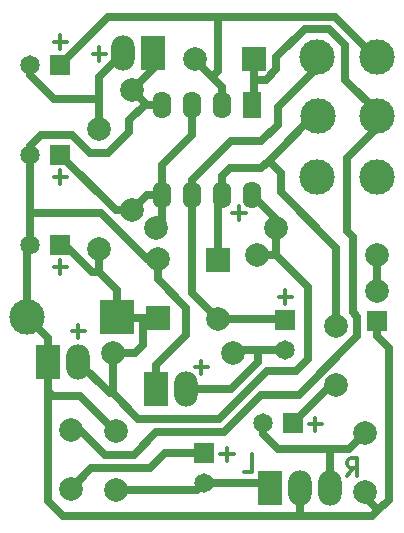
<source format=gbr>
G04 #@! TF.FileFunction,Copper,L2,Bot,Signal*
%FSLAX46Y46*%
G04 Gerber Fmt 4.6, Leading zero omitted, Abs format (unit mm)*
G04 Created by KiCad (PCBNEW (after 2015-mar-04 BZR unknown)-product) date Sat 13 Jun 2015 12:12:42 BST*
%MOMM*%
G01*
G04 APERTURE LIST*
%ADD10C,0.100000*%
%ADD11C,0.300000*%
%ADD12R,2.000000X3.000000*%
%ADD13O,2.000000X3.000000*%
%ADD14R,2.000000X2.000000*%
%ADD15C,2.000000*%
%ADD16R,3.000000X3.000000*%
%ADD17C,3.000000*%
%ADD18R,1.699260X1.699260*%
%ADD19C,1.998980*%
%ADD20R,1.574800X2.286000*%
%ADD21O,1.574800X2.286000*%
%ADD22R,1.651000X1.651000*%
%ADD23C,1.651000*%
%ADD24C,0.700000*%
G04 APERTURE END LIST*
D10*
D11*
X30142714Y5798429D02*
X30642714Y6512714D01*
X30999857Y5798429D02*
X30999857Y7298429D01*
X30428429Y7298429D01*
X30285571Y7227000D01*
X30214143Y7155571D01*
X30142714Y7012714D01*
X30142714Y6798429D01*
X30214143Y6655571D01*
X30285571Y6584143D01*
X30428429Y6512714D01*
X30999857Y6512714D01*
X21379714Y6179429D02*
X22094000Y6179429D01*
X22094000Y7679429D01*
X18351428Y15005857D02*
X17208571Y15005857D01*
X17780000Y14434429D02*
X17780000Y15577286D01*
X21526428Y28086857D02*
X20383571Y28086857D01*
X20955000Y27515429D02*
X20955000Y28658286D01*
X25463428Y20974857D02*
X24320571Y20974857D01*
X24892000Y20403429D02*
X24892000Y21546286D01*
X28003428Y10179857D02*
X26860571Y10179857D01*
X27432000Y9608429D02*
X27432000Y10751286D01*
X20510428Y7639857D02*
X19367571Y7639857D01*
X19939000Y7068429D02*
X19939000Y8211286D01*
X7937428Y18053857D02*
X6794571Y18053857D01*
X7366000Y17482429D02*
X7366000Y18625286D01*
X6413428Y23514857D02*
X5270571Y23514857D01*
X5842000Y22943429D02*
X5842000Y24086286D01*
X6413428Y31134857D02*
X5270571Y31134857D01*
X5842000Y30563429D02*
X5842000Y31706286D01*
X9715428Y41548857D02*
X8572571Y41548857D01*
X9144000Y40977429D02*
X9144000Y42120286D01*
X6413428Y42564857D02*
X5270571Y42564857D01*
X5842000Y41993429D02*
X5842000Y43136286D01*
D12*
X23622000Y4826000D03*
D13*
X26162000Y4826000D03*
X28702000Y4826000D03*
D12*
X13970000Y13208000D03*
D13*
X16510000Y13208000D03*
D12*
X4826000Y15494000D03*
D13*
X7366000Y15494000D03*
D12*
X13716000Y41656000D03*
D13*
X11176000Y41656000D03*
D14*
X14097000Y19177000D03*
D15*
X14097000Y24177000D03*
D14*
X19177000Y24130000D03*
D15*
X19177000Y19130000D03*
D16*
X10668000Y19304000D03*
D17*
X3048000Y19304000D03*
D14*
X22225000Y41148000D03*
D15*
X17225000Y41148000D03*
D17*
X27559000Y41275000D03*
X27637740Y36273740D03*
X27559000Y31115000D03*
X32639000Y36273740D03*
X32639000Y41275000D03*
X32639000Y31115000D03*
D18*
X32639000Y18921660D03*
D19*
X32639000Y21461660D03*
X9144000Y25019000D03*
X9144000Y35179000D03*
X10287000Y16256000D03*
X20447000Y16256000D03*
X24130000Y26797000D03*
X13970000Y26797000D03*
X11938000Y28321000D03*
X11938000Y38481000D03*
X22479000Y24511000D03*
X32639000Y24511000D03*
D20*
X22098000Y37211000D03*
D21*
X19558000Y37211000D03*
X17018000Y37211000D03*
X14478000Y37211000D03*
X14478000Y29591000D03*
X17018000Y29591000D03*
X19558000Y29591000D03*
X22098000Y29591000D03*
D22*
X5842000Y40640000D03*
D23*
X3302000Y40640000D03*
D22*
X24892000Y19050000D03*
D23*
X24892000Y16510000D03*
D22*
X5842000Y33020000D03*
D23*
X3302000Y33020000D03*
D22*
X5842000Y25400000D03*
D23*
X3302000Y25400000D03*
D22*
X18034000Y7747000D03*
D23*
X18034000Y5207000D03*
D22*
X25527000Y10287000D03*
D23*
X22987000Y10287000D03*
D19*
X6731000Y9738360D03*
X6731000Y4737100D03*
X29210000Y13502640D03*
X29210000Y18503900D03*
X10541000Y4612640D03*
X10541000Y9613900D03*
X31623000Y9484360D03*
X31623000Y4483100D03*
D24*
X9144000Y35179000D02*
X9144000Y37719000D01*
X9144000Y37719000D02*
X9144000Y39624000D01*
X9144000Y39624000D02*
X11176000Y41656000D01*
X3302000Y39751000D02*
X5334000Y37719000D01*
X5334000Y37719000D02*
X9144000Y37719000D01*
X3302000Y40640000D02*
X3302000Y39751000D01*
X17225000Y41148000D02*
X17225000Y41068000D01*
X17225000Y41068000D02*
X18288000Y40005000D01*
X18288000Y40005000D02*
X18669000Y39624000D01*
X18669000Y39624000D02*
X19558000Y38735000D01*
X19558000Y38735000D02*
X19558000Y37211000D01*
X19177000Y44704000D02*
X9906000Y44704000D01*
X29083000Y44704000D02*
X19177000Y44704000D01*
X9906000Y44704000D02*
X5842000Y40640000D01*
X32512000Y41275000D02*
X29083000Y44704000D01*
X32639000Y41275000D02*
X32512000Y41275000D01*
X19177000Y40132000D02*
X18669000Y39624000D01*
X19177000Y44704000D02*
X19177000Y40132000D01*
X16510000Y13208000D02*
X20320000Y13208000D01*
X22606000Y15494000D02*
X22606000Y16510000D01*
X20320000Y13208000D02*
X22606000Y15494000D01*
X24892000Y16510000D02*
X22606000Y16510000D01*
X22606000Y16510000D02*
X20701000Y16510000D01*
X20701000Y16510000D02*
X20447000Y16256000D01*
X19177000Y19130000D02*
X24812000Y19130000D01*
X24812000Y19130000D02*
X24892000Y19050000D01*
X17018000Y30099000D02*
X17018000Y29591000D01*
X17018000Y29591000D02*
X17018000Y21289000D01*
X17018000Y21289000D02*
X19177000Y19130000D01*
X17018000Y30861000D02*
X17018000Y29591000D01*
X20320000Y34163000D02*
X17018000Y30861000D01*
X22860000Y34163000D02*
X20320000Y34163000D01*
X24257000Y35560000D02*
X22860000Y34163000D01*
X24257000Y37084000D02*
X24257000Y35560000D01*
X27559000Y40386000D02*
X24257000Y37084000D01*
X27559000Y41275000D02*
X27559000Y40386000D01*
X13970000Y13208000D02*
X13970000Y15240000D01*
X14097000Y22479000D02*
X14097000Y24177000D01*
X16510000Y20066000D02*
X14097000Y22479000D01*
X16510000Y17780000D02*
X16510000Y20066000D01*
X13970000Y15240000D02*
X16510000Y17780000D01*
X4826000Y15494000D02*
X4826000Y3683000D01*
X4826000Y3683000D02*
X6096000Y2413000D01*
X10541000Y9613900D02*
X10452100Y9613900D01*
X10452100Y9613900D02*
X7493000Y12573000D01*
X7493000Y12573000D02*
X5207000Y12573000D01*
X5207000Y12573000D02*
X4826000Y12954000D01*
X4826000Y12954000D02*
X4826000Y15494000D01*
X31623000Y4483100D02*
X31623000Y4064000D01*
X31623000Y4064000D02*
X32766000Y2921000D01*
X26162000Y4826000D02*
X26162000Y2667000D01*
X26162000Y2667000D02*
X25908000Y2413000D01*
X32639000Y18921660D02*
X32639000Y17653000D01*
X32258000Y2413000D02*
X25908000Y2413000D01*
X25908000Y2413000D02*
X11684000Y2413000D01*
X11557000Y2413000D02*
X6096000Y2413000D01*
X11684000Y2413000D02*
X11557000Y2413000D01*
X33655000Y3810000D02*
X32766000Y2921000D01*
X32766000Y2921000D02*
X32258000Y2413000D01*
X33655000Y16637000D02*
X33655000Y3810000D01*
X32639000Y17653000D02*
X33655000Y16637000D01*
X4826000Y15494000D02*
X4826000Y17526000D01*
X4826000Y17526000D02*
X3048000Y19304000D01*
X13716000Y41656000D02*
X13716000Y40259000D01*
X13716000Y40259000D02*
X11938000Y38481000D01*
X14478000Y37211000D02*
X13208000Y37211000D01*
X13081000Y37338000D02*
X11938000Y38481000D01*
X13208000Y37211000D02*
X13081000Y37338000D01*
X3302000Y28067000D02*
X3302000Y33020000D01*
X3302000Y25400000D02*
X3302000Y28067000D01*
X13161000Y24177000D02*
X9271000Y28067000D01*
X9271000Y28067000D02*
X3302000Y28067000D01*
X14097000Y24177000D02*
X13161000Y24177000D01*
X4191000Y34671000D02*
X6858000Y34671000D01*
X6858000Y34671000D02*
X8382000Y33147000D01*
X8382000Y33147000D02*
X9906000Y33147000D01*
X9906000Y33147000D02*
X11684000Y34925000D01*
X11684000Y34925000D02*
X11684000Y35941000D01*
X11684000Y35941000D02*
X13081000Y37338000D01*
X3302000Y33782000D02*
X4191000Y34671000D01*
X3302000Y33020000D02*
X3302000Y33782000D01*
X3048000Y25146000D02*
X3302000Y25400000D01*
X3048000Y19304000D02*
X3048000Y25146000D01*
X11938000Y28321000D02*
X11049000Y28321000D01*
X14478000Y29591000D02*
X13208000Y29591000D01*
X13208000Y29591000D02*
X11938000Y28321000D01*
X14478000Y29591000D02*
X14478000Y27305000D01*
X14478000Y27305000D02*
X13970000Y26797000D01*
X17018000Y37211000D02*
X17018000Y34671000D01*
X14478000Y32131000D02*
X14478000Y29591000D01*
X17018000Y34671000D02*
X14478000Y32131000D01*
X10541000Y28321000D02*
X5842000Y33020000D01*
X11938000Y28321000D02*
X10541000Y28321000D01*
X6731000Y9738360D02*
X7533640Y9738360D01*
X7533640Y9738360D02*
X9652000Y7620000D01*
X9652000Y7620000D02*
X12065000Y7620000D01*
X12065000Y7620000D02*
X13970000Y9525000D01*
X13970000Y9525000D02*
X19685000Y9525000D01*
X19685000Y9525000D02*
X20701000Y10541000D01*
X32639000Y35306000D02*
X30099000Y32766000D01*
X22860000Y12700000D02*
X20701000Y10541000D01*
X26035000Y12700000D02*
X22860000Y12700000D01*
X30988000Y17653000D02*
X26035000Y12700000D01*
X30988000Y19304000D02*
X30988000Y17653000D01*
X30607000Y19685000D02*
X30988000Y19304000D01*
X30607000Y26035000D02*
X30607000Y19685000D01*
X30099000Y26543000D02*
X30607000Y26035000D01*
X30099000Y32766000D02*
X30099000Y26543000D01*
X32639000Y36273740D02*
X32639000Y35306000D01*
X32639000Y36273740D02*
X32639000Y35179000D01*
X32639000Y36273740D02*
X32560260Y36273740D01*
X22225000Y41148000D02*
X22225000Y39878000D01*
X22225000Y39370000D02*
X22225000Y37338000D01*
X22225000Y39878000D02*
X22225000Y39370000D01*
X22225000Y37338000D02*
X22098000Y37211000D01*
X29972000Y39370000D02*
X29972000Y42291000D01*
X29972000Y42291000D02*
X28575000Y43688000D01*
X28575000Y43688000D02*
X26543000Y43688000D01*
X26543000Y43688000D02*
X24130000Y41275000D01*
X24130000Y41275000D02*
X24130000Y40259000D01*
X24130000Y40259000D02*
X23241000Y39370000D01*
X23241000Y39370000D02*
X22225000Y39370000D01*
X32639000Y36703000D02*
X29972000Y39370000D01*
X32639000Y36273740D02*
X32639000Y36703000D01*
X29210000Y18503900D02*
X29210000Y25146000D01*
X24511000Y31496000D02*
X23495000Y32512000D01*
X24511000Y29845000D02*
X24511000Y31496000D01*
X29210000Y25146000D02*
X24511000Y29845000D01*
X19558000Y29591000D02*
X19558000Y29972000D01*
X19177000Y24130000D02*
X19177000Y29210000D01*
X19177000Y29210000D02*
X19558000Y29591000D01*
X22860000Y31877000D02*
X20193000Y31877000D01*
X20193000Y31877000D02*
X19558000Y31242000D01*
X19558000Y31242000D02*
X19558000Y29591000D01*
X27256740Y36273740D02*
X23812500Y32829500D01*
X23812500Y32829500D02*
X23495000Y32512000D01*
X23495000Y32512000D02*
X22860000Y31877000D01*
X27637740Y36273740D02*
X27256740Y36273740D01*
X5842000Y25400000D02*
X6223000Y25400000D01*
X6223000Y25400000D02*
X8509000Y23114000D01*
X8509000Y23114000D02*
X9144000Y23114000D01*
X10287000Y12827000D02*
X10033000Y12827000D01*
X10033000Y12827000D02*
X7366000Y15494000D01*
X10287000Y16256000D02*
X10287000Y12827000D01*
X26797000Y21844000D02*
X24130000Y24511000D01*
X26797000Y15748000D02*
X26797000Y21844000D01*
X25781000Y14732000D02*
X26797000Y15748000D01*
X23368000Y14732000D02*
X25781000Y14732000D01*
X19304000Y10668000D02*
X23368000Y14732000D01*
X12446000Y10668000D02*
X19304000Y10668000D01*
X10287000Y12827000D02*
X12446000Y10668000D01*
X24130000Y26797000D02*
X24130000Y27559000D01*
X24130000Y27559000D02*
X22098000Y29591000D01*
X24130000Y24511000D02*
X24130000Y26797000D01*
X22479000Y24511000D02*
X24130000Y24511000D01*
X10795000Y19177000D02*
X10668000Y19304000D01*
X12827000Y19177000D02*
X10795000Y19177000D01*
X14097000Y19177000D02*
X12827000Y19177000D01*
X9144000Y23114000D02*
X10668000Y21590000D01*
X10668000Y21590000D02*
X10668000Y19304000D01*
X9144000Y25019000D02*
X9144000Y23114000D01*
X12192000Y16256000D02*
X12827000Y16891000D01*
X12827000Y16891000D02*
X12827000Y19177000D01*
X10287000Y16256000D02*
X12192000Y16256000D01*
X10541000Y4612640D02*
X17439640Y4612640D01*
X17439640Y4612640D02*
X18034000Y5207000D01*
X18034000Y5207000D02*
X23241000Y5207000D01*
X23241000Y5207000D02*
X23622000Y4826000D01*
X18034000Y7747000D02*
X14732000Y7747000D01*
X8470900Y6477000D02*
X6731000Y4737100D01*
X13462000Y6477000D02*
X8470900Y6477000D01*
X14732000Y7747000D02*
X13462000Y6477000D01*
X28702000Y4826000D02*
X28702000Y8128000D01*
X28702000Y8128000D02*
X28575000Y8128000D01*
X22987000Y10287000D02*
X22987000Y9398000D01*
X30266640Y8128000D02*
X31623000Y9484360D01*
X24257000Y8128000D02*
X28575000Y8128000D01*
X28575000Y8128000D02*
X30266640Y8128000D01*
X22987000Y9398000D02*
X24257000Y8128000D01*
X31409640Y9271000D02*
X31623000Y9484360D01*
X29210000Y13502640D02*
X28742640Y13502640D01*
X28742640Y13502640D02*
X25527000Y10287000D01*
X32639000Y21461660D02*
X32639000Y24511000D01*
M02*

</source>
